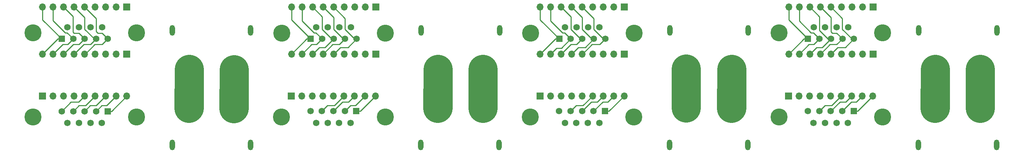
<source format=gbr>
%TF.GenerationSoftware,KiCad,Pcbnew,6.0.2+dfsg-1*%
%TF.CreationDate,2024-03-03T02:30:20+01:00*%
%TF.ProjectId,RACK_CONNECTOR_V2,5241434b-5f43-44f4-9e4e-4543544f525f,rev?*%
%TF.SameCoordinates,Original*%
%TF.FileFunction,Copper,L1,Top*%
%TF.FilePolarity,Positive*%
%FSLAX46Y46*%
G04 Gerber Fmt 4.6, Leading zero omitted, Abs format (unit mm)*
G04 Created by KiCad (PCBNEW 6.0.2+dfsg-1) date 2024-03-03 02:30:20*
%MOMM*%
%LPD*%
G01*
G04 APERTURE LIST*
%TA.AperFunction,NonConductor*%
%ADD10C,7.000000*%
%TD*%
%TA.AperFunction,ComponentPad*%
%ADD11R,1.700000X1.700000*%
%TD*%
%TA.AperFunction,ComponentPad*%
%ADD12O,1.700000X1.700000*%
%TD*%
%TA.AperFunction,ComponentPad*%
%ADD13C,4.916000*%
%TD*%
%TA.AperFunction,ComponentPad*%
%ADD14R,4.916000X4.916000*%
%TD*%
%TA.AperFunction,ComponentPad*%
%ADD15O,1.300000X2.600000*%
%TD*%
%TA.AperFunction,ComponentPad*%
%ADD16R,1.575000X1.575000*%
%TD*%
%TA.AperFunction,ComponentPad*%
%ADD17C,1.575000*%
%TD*%
%TA.AperFunction,ComponentPad*%
%ADD18C,4.116000*%
%TD*%
%TA.AperFunction,Conductor*%
%ADD19C,0.250000*%
%TD*%
G04 APERTURE END LIST*
D10*
X263330000Y-107690000D02*
X263380000Y-107640000D01*
X263380000Y-107640000D02*
X263380000Y-98210000D01*
X263380000Y-98210000D02*
X263330000Y-107690000D01*
X252450000Y-107660000D02*
X252500000Y-107610000D01*
X252500000Y-107610000D02*
X252500000Y-98180000D01*
X252500000Y-98180000D02*
X252450000Y-107660000D01*
X203320000Y-107680000D02*
X203370000Y-107630000D01*
X203370000Y-107630000D02*
X203370000Y-98200000D01*
X203370000Y-98200000D02*
X203320000Y-107680000D01*
X192370000Y-107640000D02*
X192420000Y-107590000D01*
X192420000Y-107590000D02*
X192420000Y-98160000D01*
X192420000Y-98160000D02*
X192370000Y-107640000D01*
X143340000Y-107710000D02*
X143390000Y-107660000D01*
X143390000Y-107660000D02*
X143390000Y-98230000D01*
X143390000Y-98230000D02*
X143340000Y-107710000D01*
X132450000Y-107670000D02*
X132500000Y-107620000D01*
X132500000Y-107620000D02*
X132500000Y-98190000D01*
X132500000Y-98190000D02*
X132450000Y-107670000D01*
X83290000Y-107750000D02*
X83340000Y-107700000D01*
X83340000Y-107700000D02*
X83340000Y-98270000D01*
X83340000Y-98270000D02*
X83290000Y-107750000D01*
X72420000Y-107690000D02*
X72470000Y-107640000D01*
X72470000Y-107640000D02*
X72470000Y-98210000D01*
X72470000Y-98210000D02*
X72420000Y-107690000D01*
D11*
%TO.P,J28,1,Pin_1*%
%TO.N,Net-(J12-Pad1)*%
X57460000Y-83150000D03*
D12*
%TO.P,J28,2,Pin_2*%
%TO.N,Net-(J12-Pad2)*%
X54920000Y-83150000D03*
%TO.P,J28,3,Pin_3*%
%TO.N,Net-(J12-Pad3)*%
X52380000Y-83150000D03*
%TO.P,J28,4,Pin_4*%
%TO.N,Net-(J12-Pad4)*%
X49840000Y-83150000D03*
%TO.P,J28,5,Pin_5*%
%TO.N,Net-(J12-Pad5)*%
X47300000Y-83150000D03*
%TO.P,J28,6,Pin_6*%
%TO.N,Net-(J12-Pad6)*%
X44760000Y-83150000D03*
%TO.P,J28,7,Pin_7*%
%TO.N,Net-(J12-Pad7)*%
X42220000Y-83150000D03*
%TO.P,J28,8,Pin_8*%
%TO.N,Net-(J12-Pad8)*%
X39680000Y-83150000D03*
%TO.P,J28,9,Pin_9*%
%TO.N,Net-(J12-Pad9)*%
X37140000Y-83150000D03*
%TD*%
%TO.P,J27,9,Pin_9*%
%TO.N,Net-(J11-Pad9)*%
X217170000Y-83140000D03*
%TO.P,J27,8,Pin_8*%
%TO.N,Net-(J11-Pad8)*%
X219710000Y-83140000D03*
%TO.P,J27,7,Pin_7*%
%TO.N,Net-(J11-Pad7)*%
X222250000Y-83140000D03*
%TO.P,J27,6,Pin_6*%
%TO.N,Net-(J11-Pad6)*%
X224790000Y-83140000D03*
%TO.P,J27,5,Pin_5*%
%TO.N,Net-(J11-Pad5)*%
X227330000Y-83140000D03*
%TO.P,J27,4,Pin_4*%
%TO.N,Net-(J11-Pad4)*%
X229870000Y-83140000D03*
%TO.P,J27,3,Pin_3*%
%TO.N,Net-(J11-Pad3)*%
X232410000Y-83140000D03*
%TO.P,J27,2,Pin_2*%
%TO.N,Net-(J11-Pad2)*%
X234950000Y-83140000D03*
D11*
%TO.P,J27,1,Pin_1*%
%TO.N,Net-(J11-Pad1)*%
X237490000Y-83140000D03*
%TD*%
%TO.P,J26,1,Pin_1*%
%TO.N,Net-(J10-Pad1)*%
X117500000Y-83150000D03*
D12*
%TO.P,J26,2,Pin_2*%
%TO.N,Net-(J10-Pad2)*%
X114960000Y-83150000D03*
%TO.P,J26,3,Pin_3*%
%TO.N,Net-(J10-Pad3)*%
X112420000Y-83150000D03*
%TO.P,J26,4,Pin_4*%
%TO.N,Net-(J10-Pad4)*%
X109880000Y-83150000D03*
%TO.P,J26,5,Pin_5*%
%TO.N,Net-(J10-Pad5)*%
X107340000Y-83150000D03*
%TO.P,J26,6,Pin_6*%
%TO.N,Net-(J10-Pad6)*%
X104800000Y-83150000D03*
%TO.P,J26,7,Pin_7*%
%TO.N,Net-(J10-Pad7)*%
X102260000Y-83150000D03*
%TO.P,J26,8,Pin_8*%
%TO.N,Net-(J10-Pad8)*%
X99720000Y-83150000D03*
%TO.P,J26,9,Pin_9*%
%TO.N,Net-(J10-Pad9)*%
X97180000Y-83150000D03*
%TD*%
D11*
%TO.P,J25,1,Pin_1*%
%TO.N,Net-(J13-Pad9)*%
X177500000Y-83150000D03*
D12*
%TO.P,J25,2,Pin_2*%
%TO.N,Net-(J13-Pad8)*%
X174960000Y-83150000D03*
%TO.P,J25,3,Pin_3*%
%TO.N,Net-(J13-Pad7)*%
X172420000Y-83150000D03*
%TO.P,J25,4,Pin_4*%
%TO.N,Net-(J13-Pad6)*%
X169880000Y-83150000D03*
%TO.P,J25,5,Pin_5*%
%TO.N,Net-(J13-Pad5)*%
X167340000Y-83150000D03*
%TO.P,J25,6,Pin_6*%
%TO.N,Net-(J13-Pad4)*%
X164800000Y-83150000D03*
%TO.P,J25,7,Pin_7*%
%TO.N,Net-(J13-Pad3)*%
X162260000Y-83150000D03*
%TO.P,J25,8,Pin_8*%
%TO.N,Net-(J13-Pad2)*%
X159720000Y-83150000D03*
%TO.P,J25,9,Pin_9*%
%TO.N,Net-(J13-Pad1)*%
X157180000Y-83150000D03*
%TD*%
D13*
%TO.P,J24,N,NEG*%
%TO.N,Net-(J20-PadN)*%
X72450000Y-98200000D03*
D14*
%TO.P,J24,P,POS*%
%TO.N,Net-(J20-PadP)*%
X83350000Y-98200000D03*
D15*
%TO.P,J24,S1*%
%TO.N,N/C*%
X87350000Y-88800000D03*
%TO.P,J24,S2*%
X68450000Y-88800000D03*
%TD*%
%TO.P,J23,S2*%
%TO.N,N/C*%
X128490000Y-88820000D03*
%TO.P,J23,S1*%
X147390000Y-88820000D03*
D14*
%TO.P,J23,P,POS*%
%TO.N,Net-(J19-PadP)*%
X143390000Y-98220000D03*
D13*
%TO.P,J23,N,NEG*%
%TO.N,Net-(J19-PadN)*%
X132490000Y-98220000D03*
%TD*%
D15*
%TO.P,J22,S2*%
%TO.N,N/C*%
X188480000Y-88830000D03*
%TO.P,J22,S1*%
X207380000Y-88830000D03*
D14*
%TO.P,J22,P,POS*%
%TO.N,Net-(J18-PadP)*%
X203380000Y-98230000D03*
D13*
%TO.P,J22,N,NEG*%
%TO.N,Net-(J18-PadN)*%
X192480000Y-98230000D03*
%TD*%
D15*
%TO.P,J21,S2*%
%TO.N,N/C*%
X248500000Y-88820000D03*
%TO.P,J21,S1*%
X267400000Y-88820000D03*
D14*
%TO.P,J21,P,POS*%
%TO.N,Net-(J17-PadP)*%
X263400000Y-98220000D03*
D13*
%TO.P,J21,N,NEG*%
%TO.N,Net-(J17-PadN)*%
X252500000Y-98220000D03*
%TD*%
D15*
%TO.P,J20,S2*%
%TO.N,N/C*%
X68400000Y-116580000D03*
%TO.P,J20,S1*%
X87300000Y-116580000D03*
D14*
%TO.P,J20,P,POS*%
%TO.N,Net-(J20-PadP)*%
X83300000Y-107680000D03*
D13*
%TO.P,J20,N,NEG*%
%TO.N,Net-(J20-PadN)*%
X72400000Y-107680000D03*
%TD*%
D15*
%TO.P,J19,S2*%
%TO.N,N/C*%
X128370000Y-116580000D03*
%TO.P,J19,S1*%
X147270000Y-116580000D03*
D14*
%TO.P,J19,P,POS*%
%TO.N,Net-(J19-PadP)*%
X143270000Y-107680000D03*
D13*
%TO.P,J19,N,NEG*%
%TO.N,Net-(J19-PadN)*%
X132370000Y-107680000D03*
%TD*%
D15*
%TO.P,J18,S2*%
%TO.N,N/C*%
X188410000Y-116590000D03*
%TO.P,J18,S1*%
X207310000Y-116590000D03*
D14*
%TO.P,J18,P,POS*%
%TO.N,Net-(J18-PadP)*%
X203310000Y-107690000D03*
D13*
%TO.P,J18,N,NEG*%
%TO.N,Net-(J18-PadN)*%
X192410000Y-107690000D03*
%TD*%
D15*
%TO.P,J17,S2*%
%TO.N,N/C*%
X248410000Y-116580000D03*
%TO.P,J17,S1*%
X267310000Y-116580000D03*
D14*
%TO.P,J17,P,POS*%
%TO.N,Net-(J17-PadP)*%
X263310000Y-107680000D03*
D13*
%TO.P,J17,N,NEG*%
%TO.N,Net-(J17-PadN)*%
X252410000Y-107680000D03*
%TD*%
D16*
%TO.P,J16,1,1*%
%TO.N,Net-(J12-Pad9)*%
X41765000Y-90860000D03*
D17*
%TO.P,J16,2,2*%
%TO.N,Net-(J12-Pad8)*%
X44535000Y-90860000D03*
%TO.P,J16,3,3*%
%TO.N,Net-(J12-Pad7)*%
X47305000Y-90860000D03*
%TO.P,J16,4,4*%
%TO.N,Net-(J12-Pad6)*%
X50075000Y-90860000D03*
%TO.P,J16,5,5*%
%TO.N,Net-(J12-Pad5)*%
X52845000Y-90860000D03*
%TO.P,J16,6,6*%
%TO.N,Net-(J12-Pad4)*%
X43150000Y-88020000D03*
%TO.P,J16,7,7*%
%TO.N,Net-(J12-Pad3)*%
X45920000Y-88020000D03*
%TO.P,J16,8,8*%
%TO.N,Net-(J12-Pad2)*%
X48690000Y-88020000D03*
%TO.P,J16,9,9*%
%TO.N,Net-(J12-Pad1)*%
X51460000Y-88020000D03*
D18*
%TO.P,J16,S1*%
%TO.N,N/C*%
X59800000Y-89440000D03*
%TO.P,J16,S2*%
X34810000Y-89440000D03*
%TD*%
%TO.P,J15,S2*%
%TO.N,N/C*%
X214845000Y-89440000D03*
%TO.P,J15,S1*%
X239835000Y-89440000D03*
D17*
%TO.P,J15,9,9*%
%TO.N,Net-(J11-Pad1)*%
X231495000Y-88020000D03*
%TO.P,J15,8,8*%
%TO.N,Net-(J11-Pad2)*%
X228725000Y-88020000D03*
%TO.P,J15,7,7*%
%TO.N,Net-(J11-Pad3)*%
X225955000Y-88020000D03*
%TO.P,J15,6,6*%
%TO.N,Net-(J11-Pad4)*%
X223185000Y-88020000D03*
%TO.P,J15,5,5*%
%TO.N,Net-(J11-Pad5)*%
X232880000Y-90860000D03*
%TO.P,J15,4,4*%
%TO.N,Net-(J11-Pad6)*%
X230110000Y-90860000D03*
%TO.P,J15,3,3*%
%TO.N,Net-(J11-Pad7)*%
X227340000Y-90860000D03*
%TO.P,J15,2,2*%
%TO.N,Net-(J11-Pad8)*%
X224570000Y-90860000D03*
D16*
%TO.P,J15,1,1*%
%TO.N,Net-(J11-Pad9)*%
X221800000Y-90860000D03*
%TD*%
D18*
%TO.P,J14,S2*%
%TO.N,N/C*%
X94845000Y-89450000D03*
%TO.P,J14,S1*%
X119835000Y-89450000D03*
D17*
%TO.P,J14,9,9*%
%TO.N,Net-(J10-Pad1)*%
X111495000Y-88030000D03*
%TO.P,J14,8,8*%
%TO.N,Net-(J10-Pad2)*%
X108725000Y-88030000D03*
%TO.P,J14,7,7*%
%TO.N,Net-(J10-Pad3)*%
X105955000Y-88030000D03*
%TO.P,J14,6,6*%
%TO.N,Net-(J10-Pad4)*%
X103185000Y-88030000D03*
%TO.P,J14,5,5*%
%TO.N,Net-(J10-Pad5)*%
X112880000Y-90870000D03*
%TO.P,J14,4,4*%
%TO.N,Net-(J10-Pad6)*%
X110110000Y-90870000D03*
%TO.P,J14,3,3*%
%TO.N,Net-(J10-Pad7)*%
X107340000Y-90870000D03*
%TO.P,J14,2,2*%
%TO.N,Net-(J10-Pad8)*%
X104570000Y-90870000D03*
D16*
%TO.P,J14,1,1*%
%TO.N,Net-(J10-Pad9)*%
X101800000Y-90870000D03*
%TD*%
D18*
%TO.P,J13,S2*%
%TO.N,N/C*%
X154845000Y-89450000D03*
%TO.P,J13,S1*%
X179835000Y-89450000D03*
D17*
%TO.P,J13,9,9*%
%TO.N,Net-(J13-Pad9)*%
X171495000Y-88030000D03*
%TO.P,J13,8,8*%
%TO.N,Net-(J13-Pad8)*%
X168725000Y-88030000D03*
%TO.P,J13,7,7*%
%TO.N,Net-(J13-Pad7)*%
X165955000Y-88030000D03*
%TO.P,J13,6,6*%
%TO.N,Net-(J13-Pad6)*%
X163185000Y-88030000D03*
%TO.P,J13,5,5*%
%TO.N,Net-(J13-Pad5)*%
X172880000Y-90870000D03*
%TO.P,J13,4,4*%
%TO.N,Net-(J13-Pad4)*%
X170110000Y-90870000D03*
%TO.P,J13,3,3*%
%TO.N,Net-(J13-Pad3)*%
X167340000Y-90870000D03*
%TO.P,J13,2,2*%
%TO.N,Net-(J13-Pad2)*%
X164570000Y-90870000D03*
D16*
%TO.P,J13,1,1*%
%TO.N,Net-(J13-Pad1)*%
X161800000Y-90870000D03*
%TD*%
D12*
%TO.P,J12,9,Pin_9*%
%TO.N,Net-(J12-Pad9)*%
X37140000Y-94540000D03*
%TO.P,J12,8,Pin_8*%
%TO.N,Net-(J12-Pad8)*%
X39680000Y-94540000D03*
%TO.P,J12,7,Pin_7*%
%TO.N,Net-(J12-Pad7)*%
X42220000Y-94540000D03*
%TO.P,J12,6,Pin_6*%
%TO.N,Net-(J12-Pad6)*%
X44760000Y-94540000D03*
%TO.P,J12,5,Pin_5*%
%TO.N,Net-(J12-Pad5)*%
X47300000Y-94540000D03*
%TO.P,J12,4,Pin_4*%
%TO.N,Net-(J12-Pad4)*%
X49840000Y-94540000D03*
%TO.P,J12,3,Pin_3*%
%TO.N,Net-(J12-Pad3)*%
X52380000Y-94540000D03*
%TO.P,J12,2,Pin_2*%
%TO.N,Net-(J12-Pad2)*%
X54920000Y-94540000D03*
D11*
%TO.P,J12,1,Pin_1*%
%TO.N,Net-(J12-Pad1)*%
X57460000Y-94540000D03*
%TD*%
%TO.P,J11,1,Pin_1*%
%TO.N,Net-(J11-Pad1)*%
X237500000Y-94550000D03*
D12*
%TO.P,J11,2,Pin_2*%
%TO.N,Net-(J11-Pad2)*%
X234960000Y-94550000D03*
%TO.P,J11,3,Pin_3*%
%TO.N,Net-(J11-Pad3)*%
X232420000Y-94550000D03*
%TO.P,J11,4,Pin_4*%
%TO.N,Net-(J11-Pad4)*%
X229880000Y-94550000D03*
%TO.P,J11,5,Pin_5*%
%TO.N,Net-(J11-Pad5)*%
X227340000Y-94550000D03*
%TO.P,J11,6,Pin_6*%
%TO.N,Net-(J11-Pad6)*%
X224800000Y-94550000D03*
%TO.P,J11,7,Pin_7*%
%TO.N,Net-(J11-Pad7)*%
X222260000Y-94550000D03*
%TO.P,J11,8,Pin_8*%
%TO.N,Net-(J11-Pad8)*%
X219720000Y-94550000D03*
%TO.P,J11,9,Pin_9*%
%TO.N,Net-(J11-Pad9)*%
X217180000Y-94550000D03*
%TD*%
%TO.P,J10,9,Pin_9*%
%TO.N,Net-(J10-Pad9)*%
X97180000Y-94560000D03*
%TO.P,J10,8,Pin_8*%
%TO.N,Net-(J10-Pad8)*%
X99720000Y-94560000D03*
%TO.P,J10,7,Pin_7*%
%TO.N,Net-(J10-Pad7)*%
X102260000Y-94560000D03*
%TO.P,J10,6,Pin_6*%
%TO.N,Net-(J10-Pad6)*%
X104800000Y-94560000D03*
%TO.P,J10,5,Pin_5*%
%TO.N,Net-(J10-Pad5)*%
X107340000Y-94560000D03*
%TO.P,J10,4,Pin_4*%
%TO.N,Net-(J10-Pad4)*%
X109880000Y-94560000D03*
%TO.P,J10,3,Pin_3*%
%TO.N,Net-(J10-Pad3)*%
X112420000Y-94560000D03*
%TO.P,J10,2,Pin_2*%
%TO.N,Net-(J10-Pad2)*%
X114960000Y-94560000D03*
D11*
%TO.P,J10,1,Pin_1*%
%TO.N,Net-(J10-Pad1)*%
X117500000Y-94560000D03*
%TD*%
D12*
%TO.P,J9,9,Pin_9*%
%TO.N,Net-(J13-Pad1)*%
X157180000Y-94550000D03*
%TO.P,J9,8,Pin_8*%
%TO.N,Net-(J13-Pad2)*%
X159720000Y-94550000D03*
%TO.P,J9,7,Pin_7*%
%TO.N,Net-(J13-Pad3)*%
X162260000Y-94550000D03*
%TO.P,J9,6,Pin_6*%
%TO.N,Net-(J13-Pad4)*%
X164800000Y-94550000D03*
%TO.P,J9,5,Pin_5*%
%TO.N,Net-(J13-Pad5)*%
X167340000Y-94550000D03*
%TO.P,J9,4,Pin_4*%
%TO.N,Net-(J13-Pad6)*%
X169880000Y-94550000D03*
%TO.P,J9,3,Pin_3*%
%TO.N,Net-(J13-Pad7)*%
X172420000Y-94550000D03*
%TO.P,J9,2,Pin_2*%
%TO.N,Net-(J13-Pad8)*%
X174960000Y-94550000D03*
D11*
%TO.P,J9,1,Pin_1*%
%TO.N,Net-(J13-Pad9)*%
X177500000Y-94550000D03*
%TD*%
D12*
%TO.P,J8,9,Pin_9*%
%TO.N,Net-(J4-Pad1)*%
X117450000Y-104720000D03*
%TO.P,J8,8,Pin_8*%
%TO.N,Net-(J4-Pad2)*%
X114910000Y-104720000D03*
%TO.P,J8,7,Pin_7*%
%TO.N,Net-(J4-Pad3)*%
X112370000Y-104720000D03*
%TO.P,J8,6,Pin_6*%
%TO.N,Net-(J4-Pad4)*%
X109830000Y-104720000D03*
%TO.P,J8,5,Pin_5*%
%TO.N,Net-(J4-Pad5)*%
X107290000Y-104720000D03*
%TO.P,J8,4,Pin_4*%
%TO.N,Net-(J4-Pad6)*%
X104750000Y-104720000D03*
%TO.P,J8,3,Pin_3*%
%TO.N,Net-(J4-Pad7)*%
X102210000Y-104720000D03*
%TO.P,J8,2,Pin_2*%
%TO.N,Net-(J4-Pad8)*%
X99670000Y-104720000D03*
D11*
%TO.P,J8,1,Pin_1*%
%TO.N,Net-(J4-Pad9)*%
X97130000Y-104720000D03*
%TD*%
D12*
%TO.P,J7,9,Pin_9*%
%TO.N,Net-(J3-Pad1)*%
X177450000Y-104710000D03*
%TO.P,J7,8,Pin_8*%
%TO.N,Net-(J3-Pad2)*%
X174910000Y-104710000D03*
%TO.P,J7,7,Pin_7*%
%TO.N,Net-(J3-Pad3)*%
X172370000Y-104710000D03*
%TO.P,J7,6,Pin_6*%
%TO.N,Net-(J3-Pad4)*%
X169830000Y-104710000D03*
%TO.P,J7,5,Pin_5*%
%TO.N,Net-(J3-Pad5)*%
X167290000Y-104710000D03*
%TO.P,J7,4,Pin_4*%
%TO.N,Net-(J3-Pad6)*%
X164750000Y-104710000D03*
%TO.P,J7,3,Pin_3*%
%TO.N,Net-(J3-Pad7)*%
X162210000Y-104710000D03*
%TO.P,J7,2,Pin_2*%
%TO.N,Net-(J3-Pad8)*%
X159670000Y-104710000D03*
D11*
%TO.P,J7,1,Pin_1*%
%TO.N,Net-(J3-Pad9)*%
X157130000Y-104710000D03*
%TD*%
D12*
%TO.P,J6,9,Pin_9*%
%TO.N,Net-(J2-Pad1)*%
X237450000Y-104720000D03*
%TO.P,J6,8,Pin_8*%
%TO.N,Net-(J2-Pad2)*%
X234910000Y-104720000D03*
%TO.P,J6,7,Pin_7*%
%TO.N,Net-(J2-Pad3)*%
X232370000Y-104720000D03*
%TO.P,J6,6,Pin_6*%
%TO.N,Net-(J2-Pad4)*%
X229830000Y-104720000D03*
%TO.P,J6,5,Pin_5*%
%TO.N,Net-(J2-Pad5)*%
X227290000Y-104720000D03*
%TO.P,J6,4,Pin_4*%
%TO.N,Net-(J2-Pad6)*%
X224750000Y-104720000D03*
%TO.P,J6,3,Pin_3*%
%TO.N,Net-(J2-Pad7)*%
X222210000Y-104720000D03*
%TO.P,J6,2,Pin_2*%
%TO.N,Net-(J2-Pad8)*%
X219670000Y-104720000D03*
D11*
%TO.P,J6,1,Pin_1*%
%TO.N,Net-(J2-Pad9)*%
X217130000Y-104720000D03*
%TD*%
D12*
%TO.P,J5,9,Pin_9*%
%TO.N,Net-(J1-Pad1)*%
X57450000Y-104740000D03*
%TO.P,J5,8,Pin_8*%
%TO.N,Net-(J1-Pad2)*%
X54910000Y-104740000D03*
%TO.P,J5,7,Pin_7*%
%TO.N,Net-(J1-Pad3)*%
X52370000Y-104740000D03*
%TO.P,J5,6,Pin_6*%
%TO.N,Net-(J1-Pad4)*%
X49830000Y-104740000D03*
%TO.P,J5,5,Pin_5*%
%TO.N,Net-(J1-Pad5)*%
X47290000Y-104740000D03*
%TO.P,J5,4,Pin_4*%
%TO.N,Net-(J1-Pad6)*%
X44750000Y-104740000D03*
%TO.P,J5,3,Pin_3*%
%TO.N,Net-(J1-Pad7)*%
X42210000Y-104740000D03*
%TO.P,J5,2,Pin_2*%
%TO.N,Net-(J1-Pad8)*%
X39670000Y-104740000D03*
D11*
%TO.P,J5,1,Pin_1*%
%TO.N,Net-(J1-Pad9)*%
X37130000Y-104740000D03*
%TD*%
D18*
%TO.P,J4,S2*%
%TO.N,N/C*%
X119795000Y-109800000D03*
%TO.P,J4,S1*%
X94805000Y-109800000D03*
D17*
%TO.P,J4,9,9*%
%TO.N,Net-(J4-Pad9)*%
X103145000Y-111220000D03*
%TO.P,J4,8,8*%
%TO.N,Net-(J4-Pad8)*%
X105915000Y-111220000D03*
%TO.P,J4,7,7*%
%TO.N,Net-(J4-Pad7)*%
X108685000Y-111220000D03*
%TO.P,J4,6,6*%
%TO.N,Net-(J4-Pad6)*%
X111455000Y-111220000D03*
%TO.P,J4,5,5*%
%TO.N,Net-(J4-Pad5)*%
X101760000Y-108380000D03*
%TO.P,J4,4,4*%
%TO.N,Net-(J4-Pad4)*%
X104530000Y-108380000D03*
%TO.P,J4,3,3*%
%TO.N,Net-(J4-Pad3)*%
X107300000Y-108380000D03*
%TO.P,J4,2,2*%
%TO.N,Net-(J4-Pad2)*%
X110070000Y-108380000D03*
D16*
%TO.P,J4,1,1*%
%TO.N,Net-(J4-Pad1)*%
X112840000Y-108380000D03*
%TD*%
%TO.P,J3,1,1*%
%TO.N,Net-(J3-Pad1)*%
X172840000Y-108380000D03*
D17*
%TO.P,J3,2,2*%
%TO.N,Net-(J3-Pad2)*%
X170070000Y-108380000D03*
%TO.P,J3,3,3*%
%TO.N,Net-(J3-Pad3)*%
X167300000Y-108380000D03*
%TO.P,J3,4,4*%
%TO.N,Net-(J3-Pad4)*%
X164530000Y-108380000D03*
%TO.P,J3,5,5*%
%TO.N,Net-(J3-Pad5)*%
X161760000Y-108380000D03*
%TO.P,J3,6,6*%
%TO.N,Net-(J3-Pad6)*%
X171455000Y-111220000D03*
%TO.P,J3,7,7*%
%TO.N,Net-(J3-Pad7)*%
X168685000Y-111220000D03*
%TO.P,J3,8,8*%
%TO.N,Net-(J3-Pad8)*%
X165915000Y-111220000D03*
%TO.P,J3,9,9*%
%TO.N,Net-(J3-Pad9)*%
X163145000Y-111220000D03*
D18*
%TO.P,J3,S1*%
%TO.N,N/C*%
X154805000Y-109800000D03*
%TO.P,J3,S2*%
X179795000Y-109800000D03*
%TD*%
%TO.P,J2,S2*%
%TO.N,N/C*%
X239795000Y-109800000D03*
%TO.P,J2,S1*%
X214805000Y-109800000D03*
D17*
%TO.P,J2,9,9*%
%TO.N,Net-(J2-Pad9)*%
X223145000Y-111220000D03*
%TO.P,J2,8,8*%
%TO.N,Net-(J2-Pad8)*%
X225915000Y-111220000D03*
%TO.P,J2,7,7*%
%TO.N,Net-(J2-Pad7)*%
X228685000Y-111220000D03*
%TO.P,J2,6,6*%
%TO.N,Net-(J2-Pad6)*%
X231455000Y-111220000D03*
%TO.P,J2,5,5*%
%TO.N,Net-(J2-Pad5)*%
X221760000Y-108380000D03*
%TO.P,J2,4,4*%
%TO.N,Net-(J2-Pad4)*%
X224530000Y-108380000D03*
%TO.P,J2,3,3*%
%TO.N,Net-(J2-Pad3)*%
X227300000Y-108380000D03*
%TO.P,J2,2,2*%
%TO.N,Net-(J2-Pad2)*%
X230070000Y-108380000D03*
D16*
%TO.P,J2,1,1*%
%TO.N,Net-(J2-Pad1)*%
X232840000Y-108380000D03*
%TD*%
D18*
%TO.P,J1,S2*%
%TO.N,N/C*%
X59795000Y-109830000D03*
%TO.P,J1,S1*%
X34805000Y-109830000D03*
D17*
%TO.P,J1,9,9*%
%TO.N,Net-(J1-Pad9)*%
X43145000Y-111250000D03*
%TO.P,J1,8,8*%
%TO.N,Net-(J1-Pad8)*%
X45915000Y-111250000D03*
%TO.P,J1,7,7*%
%TO.N,Net-(J1-Pad7)*%
X48685000Y-111250000D03*
%TO.P,J1,6,6*%
%TO.N,Net-(J1-Pad6)*%
X51455000Y-111250000D03*
%TO.P,J1,5,5*%
%TO.N,Net-(J1-Pad5)*%
X41760000Y-108410000D03*
%TO.P,J1,4,4*%
%TO.N,Net-(J1-Pad4)*%
X44530000Y-108410000D03*
%TO.P,J1,3,3*%
%TO.N,Net-(J1-Pad3)*%
X47300000Y-108410000D03*
%TO.P,J1,2,2*%
%TO.N,Net-(J1-Pad2)*%
X50070000Y-108410000D03*
D16*
%TO.P,J1,1,1*%
%TO.N,Net-(J1-Pad1)*%
X52840000Y-108410000D03*
%TD*%
D19*
%TO.N,Net-(J12-Pad9)*%
X41765000Y-90860000D02*
X37140000Y-86235000D01*
X37140000Y-86235000D02*
X37140000Y-83150000D01*
%TO.N,Net-(J12-Pad8)*%
X44535000Y-90860000D02*
X43057011Y-89382011D01*
X43057011Y-89382011D02*
X42585835Y-89382011D01*
X42585835Y-89382011D02*
X39680000Y-86476176D01*
X39680000Y-86476176D02*
X39680000Y-83150000D01*
%TO.N,Net-(J12-Pad7)*%
X47305000Y-90860000D02*
X45942989Y-89497989D01*
X44512011Y-89252011D02*
X44512011Y-85442011D01*
X45942989Y-89497989D02*
X44757989Y-89497989D01*
X44757989Y-89497989D02*
X44512011Y-89252011D01*
X44512011Y-85442011D02*
X42220000Y-83150000D01*
%TO.N,Net-(J12-Pad6)*%
X50075000Y-90860000D02*
X49603824Y-90860000D01*
X49603824Y-90860000D02*
X47282011Y-88538187D01*
X47282011Y-88538187D02*
X47282011Y-85672011D01*
X47282011Y-85672011D02*
X44760000Y-83150000D01*
%TO.N,Net-(J12-Pad5)*%
X52845000Y-90860000D02*
X51482989Y-89497989D01*
X51482989Y-89497989D02*
X50507989Y-89497989D01*
X50507989Y-89497989D02*
X50052011Y-89042011D01*
X50052011Y-89042011D02*
X50052011Y-85902011D01*
X50052011Y-85902011D02*
X47300000Y-83150000D01*
%TO.N,Net-(J10-Pad9)*%
X101800000Y-90870000D02*
X97180000Y-86250000D01*
X97180000Y-86250000D02*
X97180000Y-83150000D01*
%TO.N,Net-(J10-Pad8)*%
X104570000Y-90870000D02*
X103092011Y-89392011D01*
X103092011Y-89392011D02*
X102620835Y-89392011D01*
X102620835Y-89392011D02*
X99720000Y-86491176D01*
X99720000Y-86491176D02*
X99720000Y-83150000D01*
%TO.N,Net-(J10-Pad7)*%
X107340000Y-90870000D02*
X106868824Y-90870000D01*
X106868824Y-90870000D02*
X104590000Y-88591176D01*
X104590000Y-88591176D02*
X104590000Y-85480000D01*
X104590000Y-85480000D02*
X102260000Y-83150000D01*
%TO.N,Net-(J10-Pad6)*%
X110110000Y-90870000D02*
X109638824Y-90870000D01*
X109638824Y-90870000D02*
X107362989Y-88594165D01*
X107362989Y-88594165D02*
X107362989Y-85712989D01*
X107362989Y-85712989D02*
X104800000Y-83150000D01*
%TO.N,Net-(J10-Pad5)*%
X112880000Y-90870000D02*
X112408824Y-90870000D01*
X112408824Y-90870000D02*
X110110000Y-88571176D01*
X110110000Y-88571176D02*
X110110000Y-85920000D01*
X110110000Y-85920000D02*
X107340000Y-83150000D01*
%TO.N,Net-(J13-Pad1)*%
X161800000Y-90870000D02*
X157180000Y-86250000D01*
X157180000Y-86250000D02*
X157180000Y-83150000D01*
%TO.N,Net-(J13-Pad2)*%
X164570000Y-90870000D02*
X163092011Y-89392011D01*
X163092011Y-89392011D02*
X162620835Y-89392011D01*
X162620835Y-89392011D02*
X159720000Y-86491176D01*
X159720000Y-86491176D02*
X159720000Y-83150000D01*
%TO.N,Net-(J13-Pad3)*%
X167340000Y-90870000D02*
X166868824Y-90870000D01*
X166868824Y-90870000D02*
X164580000Y-88581176D01*
X164580000Y-88581176D02*
X164580000Y-85470000D01*
X164580000Y-85470000D02*
X162260000Y-83150000D01*
%TO.N,Net-(J13-Pad4)*%
X170110000Y-90870000D02*
X169638824Y-90870000D01*
X169638824Y-90870000D02*
X167317011Y-88548187D01*
X167317011Y-88548187D02*
X167317011Y-85667011D01*
X167317011Y-85667011D02*
X164800000Y-83150000D01*
%TO.N,Net-(J13-Pad5)*%
X172880000Y-90870000D02*
X172408824Y-90870000D01*
X172408824Y-90870000D02*
X170132989Y-88594165D01*
X170132989Y-88594165D02*
X170132989Y-85942989D01*
X170132989Y-85942989D02*
X167340000Y-83150000D01*
%TO.N,Net-(J11-Pad9)*%
X221800000Y-90860000D02*
X217170000Y-86230000D01*
X217170000Y-86230000D02*
X217170000Y-83140000D01*
%TO.N,Net-(J11-Pad8)*%
X224570000Y-90860000D02*
X223092011Y-89382011D01*
X223092011Y-89382011D02*
X222562011Y-89382011D01*
X222562011Y-89382011D02*
X219710000Y-86530000D01*
X219710000Y-86530000D02*
X219710000Y-83140000D01*
%TO.N,Net-(J11-Pad7)*%
X227340000Y-90860000D02*
X226630000Y-90860000D01*
X226630000Y-90860000D02*
X224580000Y-88810000D01*
X224580000Y-88810000D02*
X224580000Y-85470000D01*
X224580000Y-85470000D02*
X222250000Y-83140000D01*
%TO.N,Net-(J11-Pad6)*%
X230110000Y-90860000D02*
X228747989Y-89497989D01*
X227317011Y-85667011D02*
X224790000Y-83140000D01*
X228747989Y-89497989D02*
X227667989Y-89497989D01*
X227667989Y-89497989D02*
X227317011Y-89147011D01*
X227317011Y-89147011D02*
X227317011Y-85667011D01*
%TO.N,Net-(J11-Pad5)*%
X232880000Y-90860000D02*
X232408824Y-90860000D01*
X232408824Y-90860000D02*
X230100000Y-88551176D01*
X230100000Y-88551176D02*
X230100000Y-85910000D01*
X230100000Y-85910000D02*
X227330000Y-83140000D01*
X232880000Y-90860000D02*
X230818470Y-92921530D01*
X230818470Y-92921530D02*
X228968470Y-92921530D01*
X228968470Y-92921530D02*
X227340000Y-94550000D01*
%TO.N,Net-(J11-Pad6)*%
X230110000Y-90860000D02*
X228747989Y-92222011D01*
X228747989Y-92222011D02*
X227127989Y-92222011D01*
X227127989Y-92222011D02*
X224800000Y-94550000D01*
%TO.N,Net-(J11-Pad7)*%
X227340000Y-90860000D02*
X225278470Y-92921530D01*
X225278470Y-92921530D02*
X223888470Y-92921530D01*
X223888470Y-92921530D02*
X222260000Y-94550000D01*
%TO.N,Net-(J11-Pad8)*%
X224570000Y-90860000D02*
X223207989Y-92222011D01*
X223207989Y-92222011D02*
X222047989Y-92222011D01*
X222047989Y-92222011D02*
X219720000Y-94550000D01*
%TO.N,Net-(J11-Pad9)*%
X221800000Y-90860000D02*
X220870000Y-90860000D01*
X220870000Y-90860000D02*
X217180000Y-94550000D01*
%TO.N,Net-(J13-Pad5)*%
X172880000Y-90870000D02*
X171517989Y-92232011D01*
X171517989Y-92232011D02*
X169737259Y-92232011D01*
X169737259Y-92232011D02*
X167419270Y-94550000D01*
X167419270Y-94550000D02*
X167340000Y-94550000D01*
%TO.N,Net-(J13-Pad4)*%
X170110000Y-90870000D02*
X168048469Y-92931531D01*
X168048469Y-92931531D02*
X166418469Y-92931531D01*
X166418469Y-92931531D02*
X164800000Y-94550000D01*
%TO.N,Net-(J13-Pad3)*%
X167340000Y-90870000D02*
X165977989Y-92232011D01*
X165977989Y-92232011D02*
X164577989Y-92232011D01*
X164577989Y-92232011D02*
X162260000Y-94550000D01*
%TO.N,Net-(J13-Pad2)*%
X164570000Y-90870000D02*
X162314511Y-93125489D01*
X162314511Y-93125489D02*
X161144511Y-93125489D01*
X161144511Y-93125489D02*
X159720000Y-94550000D01*
%TO.N,Net-(J13-Pad1)*%
X161800000Y-90870000D02*
X160860000Y-90870000D01*
X160860000Y-90870000D02*
X157180000Y-94550000D01*
%TO.N,Net-(J10-Pad5)*%
X112880000Y-90870000D02*
X110818469Y-92931531D01*
X110818469Y-92931531D02*
X108968469Y-92931531D01*
X108968469Y-92931531D02*
X107340000Y-94560000D01*
%TO.N,Net-(J10-Pad6)*%
X110110000Y-90870000D02*
X108747989Y-92232011D01*
X108747989Y-92232011D02*
X107127989Y-92232011D01*
X107127989Y-92232011D02*
X104800000Y-94560000D01*
%TO.N,Net-(J10-Pad7)*%
X107340000Y-90870000D02*
X105278470Y-92931530D01*
X105278470Y-92931530D02*
X103888470Y-92931530D01*
X103888470Y-92931530D02*
X102260000Y-94560000D01*
%TO.N,Net-(J10-Pad8)*%
X104570000Y-90870000D02*
X103207989Y-92232011D01*
X103207989Y-92232011D02*
X102047989Y-92232011D01*
X102047989Y-92232011D02*
X99720000Y-94560000D01*
%TO.N,Net-(J10-Pad9)*%
X101800000Y-90870000D02*
X100870000Y-90870000D01*
X100870000Y-90870000D02*
X97180000Y-94560000D01*
%TO.N,Net-(J12-Pad5)*%
X52845000Y-90860000D02*
X51482989Y-92222011D01*
X51482989Y-92222011D02*
X49737989Y-92222011D01*
X49737989Y-92222011D02*
X47420000Y-94540000D01*
X47420000Y-94540000D02*
X47300000Y-94540000D01*
%TO.N,Net-(J12-Pad6)*%
X50075000Y-90860000D02*
X48712989Y-92222011D01*
X48712989Y-92222011D02*
X47077989Y-92222011D01*
X47077989Y-92222011D02*
X44760000Y-94540000D01*
%TO.N,Net-(J12-Pad7)*%
X47305000Y-90860000D02*
X45942989Y-92222011D01*
X45942989Y-92222011D02*
X44537989Y-92222011D01*
X44537989Y-92222011D02*
X42220000Y-94540000D01*
%TO.N,Net-(J12-Pad8)*%
X44535000Y-90860000D02*
X43172989Y-92222011D01*
X43172989Y-92222011D02*
X41997989Y-92222011D01*
X41997989Y-92222011D02*
X39680000Y-94540000D01*
%TO.N,Net-(J12-Pad9)*%
X41765000Y-90860000D02*
X40820000Y-90860000D01*
X40820000Y-90860000D02*
X37140000Y-94540000D01*
%TO.N,Net-(J2-Pad1)*%
X232840000Y-108380000D02*
X233790000Y-108380000D01*
X233790000Y-108380000D02*
X237450000Y-104720000D01*
%TO.N,Net-(J2-Pad2)*%
X230070000Y-108380000D02*
X232305489Y-106144511D01*
X232305489Y-106144511D02*
X233485489Y-106144511D01*
X233485489Y-106144511D02*
X234910000Y-104720000D01*
%TO.N,Net-(J2-Pad3)*%
X227300000Y-108380000D02*
X229535489Y-106144511D01*
X229535489Y-106144511D02*
X230945489Y-106144511D01*
X230945489Y-106144511D02*
X232370000Y-104720000D01*
%TO.N,Net-(J2-Pad4)*%
X224530000Y-108380000D02*
X225892011Y-107017989D01*
X225892011Y-107017989D02*
X227532011Y-107017989D01*
X227532011Y-107017989D02*
X229830000Y-104720000D01*
%TO.N,Net-(J3-Pad1)*%
X172840000Y-108380000D02*
X173780000Y-108380000D01*
X173780000Y-108380000D02*
X177450000Y-104710000D01*
%TO.N,Net-(J3-Pad2)*%
X170070000Y-108380000D02*
X172315489Y-106134511D01*
X172315489Y-106134511D02*
X173485489Y-106134511D01*
X173485489Y-106134511D02*
X174910000Y-104710000D01*
%TO.N,Net-(J3-Pad3)*%
X167300000Y-108380000D02*
X169545489Y-106134511D01*
X169545489Y-106134511D02*
X170945489Y-106134511D01*
X170945489Y-106134511D02*
X172370000Y-104710000D01*
%TO.N,Net-(J3-Pad4)*%
X164530000Y-108380000D02*
X165892011Y-107017989D01*
X165892011Y-107017989D02*
X167522011Y-107017989D01*
X167522011Y-107017989D02*
X169830000Y-104710000D01*
%TO.N,Net-(J4-Pad1)*%
X112840000Y-108380000D02*
X113790000Y-108380000D01*
X113790000Y-108380000D02*
X117450000Y-104720000D01*
%TO.N,Net-(J4-Pad2)*%
X110070000Y-108380000D02*
X111432011Y-107017989D01*
X111432011Y-107017989D02*
X112612011Y-107017989D01*
X112612011Y-107017989D02*
X114910000Y-104720000D01*
%TO.N,Net-(J4-Pad3)*%
X107300000Y-108380000D02*
X109535489Y-106144511D01*
X109535489Y-106144511D02*
X110945489Y-106144511D01*
X110945489Y-106144511D02*
X112370000Y-104720000D01*
%TO.N,Net-(J4-Pad4)*%
X104530000Y-108380000D02*
X105892011Y-107017989D01*
X105892011Y-107017989D02*
X107532011Y-107017989D01*
X107532011Y-107017989D02*
X109830000Y-104720000D01*
%TO.N,Net-(J1-Pad1)*%
X52840000Y-108410000D02*
X53780000Y-108410000D01*
X53780000Y-108410000D02*
X57450000Y-104740000D01*
%TO.N,Net-(J1-Pad2)*%
X50070000Y-108410000D02*
X51432011Y-107047989D01*
X51432011Y-107047989D02*
X52602011Y-107047989D01*
X52602011Y-107047989D02*
X54910000Y-104740000D01*
%TO.N,Net-(J1-Pad3)*%
X47300000Y-108410000D02*
X48662011Y-107047989D01*
X48662011Y-107047989D02*
X50062011Y-107047989D01*
X50062011Y-107047989D02*
X52370000Y-104740000D01*
%TO.N,Net-(J1-Pad5)*%
X41760000Y-108410000D02*
X44005489Y-106164511D01*
X44005489Y-106164511D02*
X45865489Y-106164511D01*
X45865489Y-106164511D02*
X47290000Y-104740000D01*
%TO.N,Net-(J1-Pad4)*%
X44530000Y-108410000D02*
X45892011Y-107047989D01*
X45892011Y-107047989D02*
X47522011Y-107047989D01*
X47522011Y-107047989D02*
X49830000Y-104740000D01*
%TD*%
M02*

</source>
